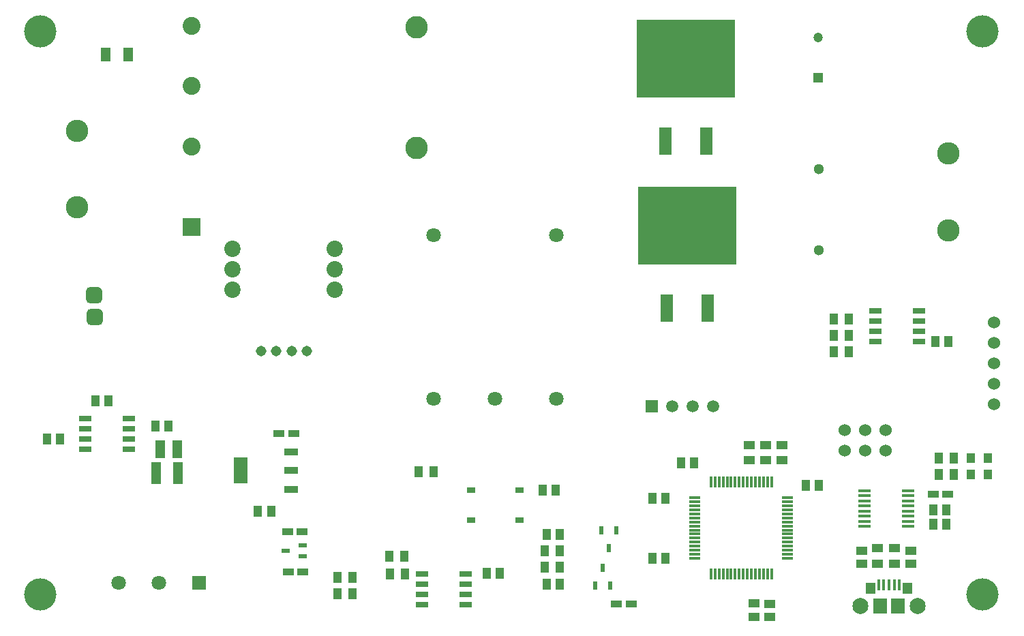
<source format=gbr>
%TF.GenerationSoftware,Altium Limited,Altium Designer,23.6.0 (18)*%
G04 Layer_Color=255*
%FSLAX45Y45*%
%MOMM*%
%TF.SameCoordinates,1BF17B70-E076-4422-95A1-EF062E3CA17A*%
%TF.FilePolarity,Positive*%
%TF.FileFunction,Pads,Top*%
%TF.Part,Single*%
G01*
G75*
%TA.AperFunction,SMDPad,CuDef*%
%ADD10R,1.60000X3.50000*%
%ADD11R,12.20000X9.75000*%
%ADD12R,1.02000X1.47000*%
%ADD13R,1.45000X1.00000*%
%ADD14R,1.47000X1.02000*%
%ADD15R,1.10000X1.30000*%
%ADD16R,1.00000X1.45000*%
%ADD17R,1.45000X0.95000*%
%TA.AperFunction,ConnectorPad*%
%ADD18R,1.15000X1.45000*%
%ADD19R,1.75000X1.90000*%
%ADD20R,0.40000X1.40000*%
%TA.AperFunction,SMDPad,CuDef*%
%ADD21R,1.52600X0.43500*%
%ADD22R,1.00000X0.70000*%
%ADD23R,0.60000X1.10000*%
%ADD24R,0.30000X1.47500*%
%ADD25R,1.47500X0.30000*%
%ADD26R,1.52500X0.65000*%
%ADD27R,1.05000X0.50000*%
%ADD28R,1.22000X2.72000*%
%ADD29R,1.25000X2.20000*%
%ADD30R,1.75000X0.95000*%
%ADD31R,1.75000X3.20000*%
%ADD32R,1.30000X1.80000*%
G04:AMPARAMS|DCode=33|XSize=2mm|YSize=2mm|CornerRadius=0.5mm|HoleSize=0mm|Usage=FLASHONLY|Rotation=0.000|XOffset=0mm|YOffset=0mm|HoleType=Round|Shape=RoundedRectangle|*
%AMROUNDEDRECTD33*
21,1,2.00000,1.00000,0,0,0.0*
21,1,1.00000,2.00000,0,0,0.0*
1,1,1.00000,0.50000,-0.50000*
1,1,1.00000,-0.50000,-0.50000*
1,1,1.00000,-0.50000,0.50000*
1,1,1.00000,0.50000,0.50000*
%
%ADD33ROUNDEDRECTD33*%
%TA.AperFunction,ViaPad*%
%ADD43C,4.00000*%
%TA.AperFunction,ComponentPad*%
%ADD44R,1.80000X1.80000*%
%ADD45C,1.80000*%
%ADD46C,1.20000*%
%ADD47R,1.20000X1.20000*%
%ADD48C,1.99500*%
%ADD49C,1.31000*%
%ADD50C,2.03000*%
%ADD51C,1.52400*%
%ADD52C,2.78100*%
%ADD53C,1.30000*%
%ADD54R,2.22000X2.22000*%
%ADD55C,2.22000*%
%ADD56C,2.80000*%
%ADD57C,1.50000*%
%ADD58R,1.50000X1.50000*%
D10*
X8158500Y6032500D02*
D03*
X8666500D02*
D03*
X8179500Y3957500D02*
D03*
X8687500D02*
D03*
D11*
X8412500Y7060000D02*
D03*
X8433500Y4985000D02*
D03*
D12*
X6798500Y1695000D02*
D03*
X6636500D02*
D03*
X11677000Y3542500D02*
D03*
X11515000D02*
D03*
X11648500Y1456000D02*
D03*
X11486500D02*
D03*
X11647500Y1272500D02*
D03*
X11485500D02*
D03*
X10063500Y1755000D02*
D03*
X9901500D02*
D03*
X7996500Y1600000D02*
D03*
X8158500D02*
D03*
X7996500Y852500D02*
D03*
X8158500D02*
D03*
X6689000Y532500D02*
D03*
X6851000D02*
D03*
X6685500Y1147500D02*
D03*
X6847500D02*
D03*
X3263500Y1432500D02*
D03*
X3101500D02*
D03*
X1826500Y2495000D02*
D03*
X1988500D02*
D03*
X483000Y2331500D02*
D03*
X645000D02*
D03*
X1084000Y2810000D02*
D03*
X1246000D02*
D03*
X5944000Y662500D02*
D03*
X6106000D02*
D03*
X8513500Y2037500D02*
D03*
X8351500D02*
D03*
D13*
X9205000Y2257500D02*
D03*
Y2067500D02*
D03*
X9407500Y2257500D02*
D03*
Y2067500D02*
D03*
X9607500Y2257500D02*
D03*
Y2067500D02*
D03*
X10797500Y975000D02*
D03*
Y785000D02*
D03*
X11002500Y975000D02*
D03*
Y785000D02*
D03*
D14*
X11205000Y942000D02*
D03*
Y780000D02*
D03*
X10597500Y948500D02*
D03*
Y786500D02*
D03*
X9460000Y287500D02*
D03*
Y125500D02*
D03*
X9265000Y126500D02*
D03*
Y288500D02*
D03*
D15*
X11952500Y2095000D02*
D03*
X12162500D02*
D03*
X11952500Y1895000D02*
D03*
X12162500D02*
D03*
D16*
X11745000Y2095000D02*
D03*
X11555000D02*
D03*
X11745000Y1895000D02*
D03*
X11555000D02*
D03*
X4927500Y660000D02*
D03*
X4737500D02*
D03*
X4277500Y617500D02*
D03*
X4087500D02*
D03*
Y412500D02*
D03*
X4277500D02*
D03*
X6850000Y737500D02*
D03*
X6660000D02*
D03*
X6850000Y947500D02*
D03*
X6660000D02*
D03*
X5092500Y1927500D02*
D03*
X5282500D02*
D03*
X10250000Y3415000D02*
D03*
X10440000D02*
D03*
X10440000Y3827500D02*
D03*
X10250000D02*
D03*
X10440000Y3620000D02*
D03*
X10250000D02*
D03*
X4727500Y877500D02*
D03*
X4917500D02*
D03*
D17*
X11667500Y1643500D02*
D03*
X11487500D02*
D03*
X7555000Y282500D02*
D03*
X7735000D02*
D03*
X3542500Y2402500D02*
D03*
X3362500D02*
D03*
X3470000Y1182500D02*
D03*
X3650000D02*
D03*
X3477500Y682500D02*
D03*
X3657500D02*
D03*
D18*
X11169500Y478000D02*
D03*
X10705500D02*
D03*
D19*
X11050000Y255000D02*
D03*
X10825000D02*
D03*
D20*
X11067500Y520000D02*
D03*
X11002500D02*
D03*
X10937500D02*
D03*
X10872500D02*
D03*
X10807500D02*
D03*
D21*
X10628800Y1692200D02*
D03*
Y1628800D02*
D03*
Y1565200D02*
D03*
Y1501800D02*
D03*
Y1438200D02*
D03*
Y1374800D02*
D03*
Y1311200D02*
D03*
Y1247800D02*
D03*
X11171200D02*
D03*
Y1311200D02*
D03*
Y1374800D02*
D03*
Y1438200D02*
D03*
Y1501800D02*
D03*
Y1565200D02*
D03*
Y1628800D02*
D03*
Y1692200D02*
D03*
D22*
X5745000Y1695000D02*
D03*
X6345000D02*
D03*
X5745000Y1325000D02*
D03*
X6345000D02*
D03*
D23*
X7380000Y730000D02*
D03*
X7475000Y510000D02*
D03*
X7285000D02*
D03*
X7552500Y1197500D02*
D03*
X7362500D02*
D03*
X7457500Y977500D02*
D03*
D24*
X8727500Y1801300D02*
D03*
X8777500D02*
D03*
X8827500D02*
D03*
X8877500D02*
D03*
X8927500D02*
D03*
X8977500D02*
D03*
X9027500D02*
D03*
X9077500D02*
D03*
X9127500D02*
D03*
X9177500D02*
D03*
X9227500D02*
D03*
X9277500D02*
D03*
X9327500D02*
D03*
X9377500D02*
D03*
X9427500D02*
D03*
X9477500D02*
D03*
Y653700D02*
D03*
X9427500D02*
D03*
X9377500D02*
D03*
X9327500D02*
D03*
X9277500D02*
D03*
X9227500D02*
D03*
X9177500D02*
D03*
X9127500D02*
D03*
X9077500D02*
D03*
X9027500D02*
D03*
X8977500D02*
D03*
X8927500D02*
D03*
X8877500D02*
D03*
X8827500D02*
D03*
X8777500D02*
D03*
X8727500D02*
D03*
D25*
X9676300Y1602500D02*
D03*
Y1552500D02*
D03*
Y1502500D02*
D03*
Y1452500D02*
D03*
Y1402500D02*
D03*
Y1352500D02*
D03*
Y1302500D02*
D03*
Y1252500D02*
D03*
Y1202500D02*
D03*
Y1152500D02*
D03*
Y1102500D02*
D03*
Y1052500D02*
D03*
Y1002500D02*
D03*
Y952500D02*
D03*
Y902500D02*
D03*
Y852500D02*
D03*
X8528700D02*
D03*
Y902500D02*
D03*
Y952500D02*
D03*
Y1002500D02*
D03*
Y1052500D02*
D03*
Y1102500D02*
D03*
Y1152500D02*
D03*
Y1202500D02*
D03*
Y1252500D02*
D03*
Y1302500D02*
D03*
Y1352500D02*
D03*
Y1402500D02*
D03*
Y1452500D02*
D03*
Y1502500D02*
D03*
Y1552500D02*
D03*
Y1602500D02*
D03*
D26*
X5683700Y660500D02*
D03*
Y533500D02*
D03*
Y406500D02*
D03*
Y279500D02*
D03*
X5141300D02*
D03*
Y406500D02*
D03*
Y533500D02*
D03*
Y660500D02*
D03*
X1493700Y2204500D02*
D03*
Y2331500D02*
D03*
Y2458500D02*
D03*
Y2585500D02*
D03*
X951300D02*
D03*
Y2458500D02*
D03*
Y2331500D02*
D03*
Y2204500D02*
D03*
X11311200Y3544500D02*
D03*
Y3671500D02*
D03*
Y3798500D02*
D03*
Y3925500D02*
D03*
X10768800D02*
D03*
Y3798500D02*
D03*
Y3671500D02*
D03*
Y3544500D02*
D03*
D27*
X3657500Y880000D02*
D03*
Y1010000D02*
D03*
X3447500Y945000D02*
D03*
D28*
X1835000Y1910000D02*
D03*
X2105000D02*
D03*
D29*
X2102500Y2207500D02*
D03*
X1882500D02*
D03*
D30*
X3512500Y1710000D02*
D03*
Y1940000D02*
D03*
Y2170000D02*
D03*
D31*
X2882500Y1940000D02*
D03*
D32*
X1490500Y7110000D02*
D03*
X1209500D02*
D03*
D33*
X1077500Y3852500D02*
D03*
X1062500Y4120000D02*
D03*
D43*
X12100000Y400000D02*
D03*
X400000D02*
D03*
Y7400000D02*
D03*
X12100000D02*
D03*
D44*
X2370000Y550000D02*
D03*
D45*
X1870000D02*
D03*
X1370000D02*
D03*
X5285500Y2836500D02*
D03*
X6047500D02*
D03*
X6809500D02*
D03*
X5285500Y4868500D02*
D03*
X6809500D02*
D03*
D46*
X10060000Y7317500D02*
D03*
D47*
Y6817500D02*
D03*
D48*
X11295000Y255000D02*
D03*
X10580000D02*
D03*
D49*
X3136750Y3424000D02*
D03*
X3327250D02*
D03*
X3517750D02*
D03*
X3708250D02*
D03*
D50*
X4057500Y4186000D02*
D03*
Y4440000D02*
D03*
Y4694000D02*
D03*
X2787500D02*
D03*
Y4440000D02*
D03*
Y4186000D02*
D03*
D51*
X10894000Y2188500D02*
D03*
X10386000D02*
D03*
X10640000D02*
D03*
X10386000Y2442500D02*
D03*
X10640000D02*
D03*
X10894000D02*
D03*
X12240000Y2769000D02*
D03*
Y3023000D02*
D03*
Y3277000D02*
D03*
Y3531000D02*
D03*
Y3785000D02*
D03*
D52*
X11675000Y4925000D02*
D03*
Y5877500D02*
D03*
X850000Y5210000D02*
D03*
Y6162500D02*
D03*
D53*
X10062500Y5682500D02*
D03*
Y4682500D02*
D03*
D54*
X2272500Y4965000D02*
D03*
D55*
Y5965000D02*
D03*
Y6715000D02*
D03*
Y7465000D02*
D03*
D56*
X5070000Y5947500D02*
D03*
Y7447500D02*
D03*
D57*
X8756500Y2740000D02*
D03*
X8502500D02*
D03*
X8248500D02*
D03*
D58*
X7994500D02*
D03*
%TF.MD5,cd68ae7f316f79a30f3b7fad4818d8c9*%
M02*

</source>
